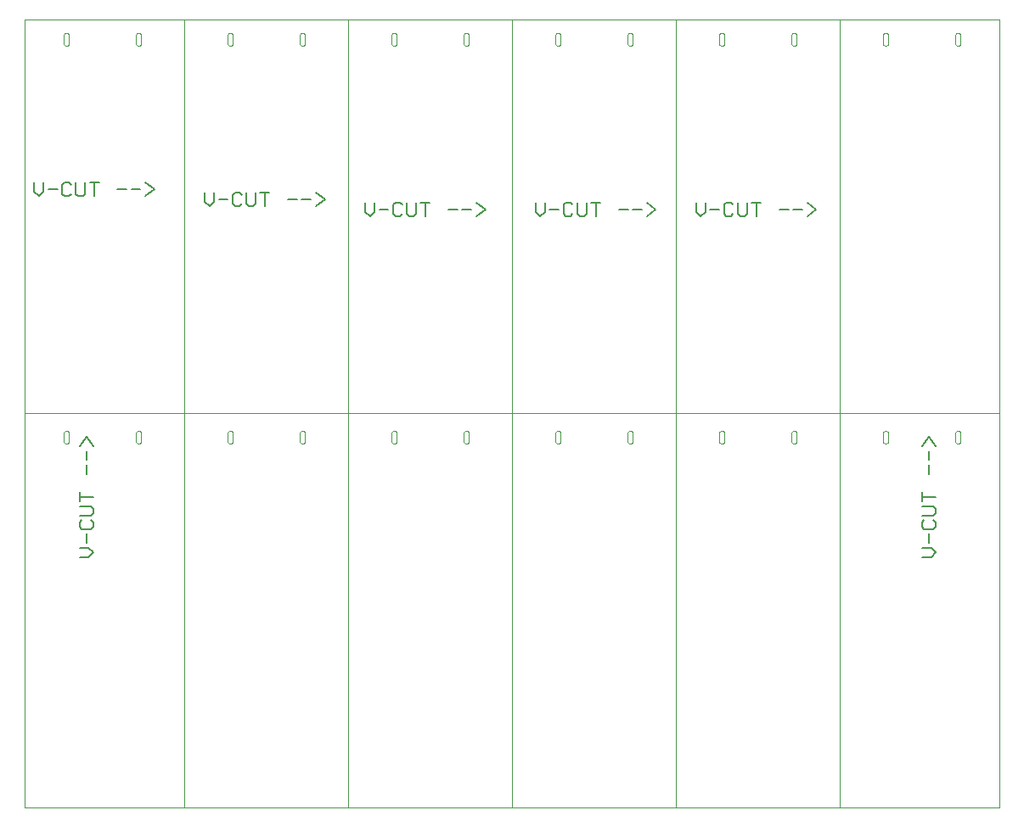
<source format=gko>
G04 This is an RS-274x file exported by *
G04 gerbv version 2.6.1 *
G04 More information is available about gerbv at *
G04 http://gerbv.geda-project.org/ *
G04 --End of header info--*
%MOIN*%
%FSLAX34Y34*%
%IPPOS*%
G04 --Define apertures--*
%ADD10C,0.0000*%
%ADD11C,0.0010*%
%ADD12C,0.0050*%
G04 --Start main section--*
G54D10*
G01X0002544Y0015380D02*
G01X0002544Y0015695D01*
G01X0002544Y0015695D02*
G01X0002545Y0015712D01*
G01X0002545Y0015712D02*
G01X0002550Y0015729D01*
G01X0002550Y0015729D02*
G01X0002557Y0015744D01*
G01X0002557Y0015744D02*
G01X0002567Y0015758D01*
G01X0002567Y0015758D02*
G01X0002579Y0015770D01*
G01X0002579Y0015770D02*
G01X0002593Y0015780D01*
G01X0002593Y0015780D02*
G01X0002608Y0015787D01*
G01X0002608Y0015787D02*
G01X0002625Y0015792D01*
G01X0002625Y0015792D02*
G01X0002642Y0015793D01*
G01X0002642Y0015793D02*
G01X0002659Y0015792D01*
G01X0002659Y0015792D02*
G01X0002676Y0015787D01*
G01X0002676Y0015787D02*
G01X0002691Y0015780D01*
G01X0002691Y0015780D02*
G01X0002705Y0015770D01*
G01X0002705Y0015770D02*
G01X0002717Y0015758D01*
G01X0002717Y0015758D02*
G01X0002727Y0015744D01*
G01X0002727Y0015744D02*
G01X0002734Y0015729D01*
G01X0002734Y0015729D02*
G01X0002739Y0015712D01*
G01X0002739Y0015712D02*
G01X0002740Y0015695D01*
G01X0002740Y0015695D02*
G01X0002740Y0015380D01*
G01X0002642Y0015282D02*
G01X0002625Y0015283D01*
G01X0002625Y0015283D02*
G01X0002608Y0015288D01*
G01X0002608Y0015288D02*
G01X0002593Y0015295D01*
G01X0002593Y0015295D02*
G01X0002579Y0015305D01*
G01X0002579Y0015305D02*
G01X0002567Y0015317D01*
G01X0002567Y0015317D02*
G01X0002557Y0015331D01*
G01X0002557Y0015331D02*
G01X0002550Y0015346D01*
G01X0002550Y0015346D02*
G01X0002545Y0015363D01*
G01X0002545Y0015363D02*
G01X0002544Y0015380D01*
G01X0002642Y0015282D02*
G01X0002659Y0015283D01*
G01X0002659Y0015283D02*
G01X0002676Y0015288D01*
G01X0002676Y0015288D02*
G01X0002691Y0015295D01*
G01X0002691Y0015295D02*
G01X0002705Y0015305D01*
G01X0002705Y0015305D02*
G01X0002717Y0015317D01*
G01X0002717Y0015317D02*
G01X0002727Y0015331D01*
G01X0002727Y0015331D02*
G01X0002734Y0015346D01*
G01X0002734Y0015346D02*
G01X0002739Y0015363D01*
G01X0002739Y0015363D02*
G01X0002740Y0015380D01*
G01X0005378Y0015380D02*
G01X0005378Y0015695D01*
G01X0005379Y0015695D02*
G01X0005380Y0015712D01*
G01X0005380Y0015712D02*
G01X0005385Y0015729D01*
G01X0005385Y0015729D02*
G01X0005392Y0015744D01*
G01X0005392Y0015744D02*
G01X0005402Y0015758D01*
G01X0005402Y0015758D02*
G01X0005414Y0015770D01*
G01X0005414Y0015770D02*
G01X0005428Y0015780D01*
G01X0005428Y0015780D02*
G01X0005443Y0015787D01*
G01X0005443Y0015787D02*
G01X0005460Y0015792D01*
G01X0005460Y0015792D02*
G01X0005477Y0015793D01*
G01X0005477Y0015793D02*
G01X0005494Y0015792D01*
G01X0005494Y0015792D02*
G01X0005511Y0015787D01*
G01X0005511Y0015787D02*
G01X0005526Y0015780D01*
G01X0005526Y0015780D02*
G01X0005540Y0015770D01*
G01X0005540Y0015770D02*
G01X0005552Y0015758D01*
G01X0005552Y0015758D02*
G01X0005562Y0015744D01*
G01X0005562Y0015744D02*
G01X0005569Y0015729D01*
G01X0005569Y0015729D02*
G01X0005574Y0015712D01*
G01X0005574Y0015712D02*
G01X0005575Y0015695D01*
G01X0005575Y0015695D02*
G01X0005575Y0015380D01*
G01X0005477Y0015282D02*
G01X0005460Y0015283D01*
G01X0005460Y0015283D02*
G01X0005443Y0015288D01*
G01X0005443Y0015288D02*
G01X0005428Y0015295D01*
G01X0005428Y0015295D02*
G01X0005414Y0015305D01*
G01X0005414Y0015305D02*
G01X0005402Y0015317D01*
G01X0005402Y0015317D02*
G01X0005392Y0015331D01*
G01X0005392Y0015331D02*
G01X0005385Y0015346D01*
G01X0005385Y0015346D02*
G01X0005380Y0015363D01*
G01X0005380Y0015363D02*
G01X0005379Y0015380D01*
G01X0005477Y0015282D02*
G01X0005494Y0015283D01*
G01X0005494Y0015283D02*
G01X0005511Y0015288D01*
G01X0005511Y0015288D02*
G01X0005526Y0015295D01*
G01X0005526Y0015295D02*
G01X0005540Y0015305D01*
G01X0005540Y0015305D02*
G01X0005552Y0015317D01*
G01X0005552Y0015317D02*
G01X0005562Y0015331D01*
G01X0005562Y0015331D02*
G01X0005569Y0015346D01*
G01X0005569Y0015346D02*
G01X0005574Y0015363D01*
G01X0005574Y0015363D02*
G01X0005575Y0015380D01*
G01X0002544Y0031014D02*
G01X0002544Y0031329D01*
G01X0002544Y0031329D02*
G01X0002545Y0031346D01*
G01X0002545Y0031346D02*
G01X0002550Y0031363D01*
G01X0002550Y0031363D02*
G01X0002557Y0031378D01*
G01X0002557Y0031378D02*
G01X0002567Y0031392D01*
G01X0002567Y0031392D02*
G01X0002579Y0031404D01*
G01X0002579Y0031404D02*
G01X0002593Y0031414D01*
G01X0002593Y0031414D02*
G01X0002608Y0031420D01*
G01X0002608Y0031420D02*
G01X0002625Y0031426D01*
G01X0002625Y0031426D02*
G01X0002642Y0031427D01*
G01X0002642Y0031427D02*
G01X0002659Y0031426D01*
G01X0002659Y0031426D02*
G01X0002676Y0031420D01*
G01X0002676Y0031420D02*
G01X0002691Y0031414D01*
G01X0002691Y0031414D02*
G01X0002705Y0031404D01*
G01X0002705Y0031404D02*
G01X0002717Y0031392D01*
G01X0002717Y0031392D02*
G01X0002727Y0031378D01*
G01X0002727Y0031378D02*
G01X0002734Y0031363D01*
G01X0002734Y0031363D02*
G01X0002739Y0031346D01*
G01X0002739Y0031346D02*
G01X0002740Y0031329D01*
G01X0002740Y0031329D02*
G01X0002740Y0031014D01*
G01X0002642Y0030915D02*
G01X0002625Y0030917D01*
G01X0002625Y0030917D02*
G01X0002608Y0030922D01*
G01X0002608Y0030922D02*
G01X0002593Y0030929D01*
G01X0002593Y0030929D02*
G01X0002579Y0030939D01*
G01X0002579Y0030939D02*
G01X0002567Y0030951D01*
G01X0002567Y0030951D02*
G01X0002557Y0030965D01*
G01X0002557Y0030965D02*
G01X0002550Y0030980D01*
G01X0002550Y0030980D02*
G01X0002545Y0030997D01*
G01X0002545Y0030997D02*
G01X0002544Y0031014D01*
G01X0002642Y0030915D02*
G01X0002659Y0030917D01*
G01X0002659Y0030917D02*
G01X0002676Y0030922D01*
G01X0002676Y0030922D02*
G01X0002691Y0030929D01*
G01X0002691Y0030929D02*
G01X0002705Y0030939D01*
G01X0002705Y0030939D02*
G01X0002717Y0030951D01*
G01X0002717Y0030951D02*
G01X0002727Y0030965D01*
G01X0002727Y0030965D02*
G01X0002734Y0030980D01*
G01X0002734Y0030980D02*
G01X0002739Y0030997D01*
G01X0002739Y0030997D02*
G01X0002740Y0031014D01*
G01X0005378Y0031014D02*
G01X0005378Y0031329D01*
G01X0005379Y0031329D02*
G01X0005380Y0031346D01*
G01X0005380Y0031346D02*
G01X0005385Y0031363D01*
G01X0005385Y0031363D02*
G01X0005392Y0031378D01*
G01X0005392Y0031378D02*
G01X0005402Y0031392D01*
G01X0005402Y0031392D02*
G01X0005414Y0031404D01*
G01X0005414Y0031404D02*
G01X0005428Y0031414D01*
G01X0005428Y0031414D02*
G01X0005443Y0031420D01*
G01X0005443Y0031420D02*
G01X0005460Y0031426D01*
G01X0005460Y0031426D02*
G01X0005477Y0031427D01*
G01X0005477Y0031427D02*
G01X0005494Y0031426D01*
G01X0005494Y0031426D02*
G01X0005511Y0031420D01*
G01X0005511Y0031420D02*
G01X0005526Y0031414D01*
G01X0005526Y0031414D02*
G01X0005540Y0031404D01*
G01X0005540Y0031404D02*
G01X0005552Y0031392D01*
G01X0005552Y0031392D02*
G01X0005562Y0031378D01*
G01X0005562Y0031378D02*
G01X0005569Y0031363D01*
G01X0005569Y0031363D02*
G01X0005574Y0031346D01*
G01X0005574Y0031346D02*
G01X0005575Y0031329D01*
G01X0005575Y0031329D02*
G01X0005575Y0031014D01*
G01X0005477Y0030915D02*
G01X0005460Y0030917D01*
G01X0005460Y0030917D02*
G01X0005443Y0030922D01*
G01X0005443Y0030922D02*
G01X0005428Y0030929D01*
G01X0005428Y0030929D02*
G01X0005414Y0030939D01*
G01X0005414Y0030939D02*
G01X0005402Y0030951D01*
G01X0005402Y0030951D02*
G01X0005392Y0030965D01*
G01X0005392Y0030965D02*
G01X0005385Y0030980D01*
G01X0005385Y0030980D02*
G01X0005380Y0030997D01*
G01X0005380Y0030997D02*
G01X0005379Y0031014D01*
G01X0005477Y0030915D02*
G01X0005494Y0030917D01*
G01X0005494Y0030917D02*
G01X0005511Y0030922D01*
G01X0005511Y0030922D02*
G01X0005526Y0030929D01*
G01X0005526Y0030929D02*
G01X0005540Y0030939D01*
G01X0005540Y0030939D02*
G01X0005552Y0030951D01*
G01X0005552Y0030951D02*
G01X0005562Y0030965D01*
G01X0005562Y0030965D02*
G01X0005569Y0030980D01*
G01X0005569Y0030980D02*
G01X0005574Y0030997D01*
G01X0005574Y0030997D02*
G01X0005575Y0031014D01*
G01X0008977Y0015380D02*
G01X0008977Y0015695D01*
G01X0008977Y0015695D02*
G01X0008978Y0015712D01*
G01X0008978Y0015712D02*
G01X0008983Y0015729D01*
G01X0008983Y0015729D02*
G01X0008990Y0015744D01*
G01X0008990Y0015744D02*
G01X0009000Y0015758D01*
G01X0009000Y0015758D02*
G01X0009012Y0015770D01*
G01X0009012Y0015770D02*
G01X0009026Y0015780D01*
G01X0009026Y0015780D02*
G01X0009041Y0015787D01*
G01X0009041Y0015787D02*
G01X0009058Y0015792D01*
G01X0009058Y0015792D02*
G01X0009075Y0015793D01*
G01X0009075Y0015793D02*
G01X0009092Y0015792D01*
G01X0009092Y0015792D02*
G01X0009109Y0015787D01*
G01X0009109Y0015787D02*
G01X0009124Y0015780D01*
G01X0009124Y0015780D02*
G01X0009138Y0015770D01*
G01X0009138Y0015770D02*
G01X0009150Y0015758D01*
G01X0009150Y0015758D02*
G01X0009160Y0015744D01*
G01X0009160Y0015744D02*
G01X0009167Y0015729D01*
G01X0009167Y0015729D02*
G01X0009172Y0015712D01*
G01X0009172Y0015712D02*
G01X0009173Y0015695D01*
G01X0009173Y0015695D02*
G01X0009173Y0015380D01*
G01X0009075Y0015282D02*
G01X0009058Y0015283D01*
G01X0009058Y0015283D02*
G01X0009041Y0015288D01*
G01X0009041Y0015288D02*
G01X0009026Y0015295D01*
G01X0009026Y0015295D02*
G01X0009012Y0015305D01*
G01X0009012Y0015305D02*
G01X0009000Y0015317D01*
G01X0009000Y0015317D02*
G01X0008990Y0015331D01*
G01X0008990Y0015331D02*
G01X0008983Y0015346D01*
G01X0008983Y0015346D02*
G01X0008978Y0015363D01*
G01X0008978Y0015363D02*
G01X0008977Y0015380D01*
G01X0009075Y0015282D02*
G01X0009092Y0015283D01*
G01X0009092Y0015283D02*
G01X0009109Y0015288D01*
G01X0009109Y0015288D02*
G01X0009124Y0015295D01*
G01X0009124Y0015295D02*
G01X0009138Y0015305D01*
G01X0009138Y0015305D02*
G01X0009150Y0015317D01*
G01X0009150Y0015317D02*
G01X0009160Y0015331D01*
G01X0009160Y0015331D02*
G01X0009167Y0015346D01*
G01X0009167Y0015346D02*
G01X0009172Y0015363D01*
G01X0009172Y0015363D02*
G01X0009173Y0015380D01*
G01X0011811Y0015380D02*
G01X0011811Y0015695D01*
G01X0011812Y0015695D02*
G01X0011813Y0015712D01*
G01X0011813Y0015712D02*
G01X0011818Y0015729D01*
G01X0011818Y0015729D02*
G01X0011825Y0015744D01*
G01X0011825Y0015744D02*
G01X0011834Y0015758D01*
G01X0011834Y0015758D02*
G01X0011847Y0015770D01*
G01X0011847Y0015770D02*
G01X0011861Y0015780D01*
G01X0011861Y0015780D02*
G01X0011876Y0015787D01*
G01X0011876Y0015787D02*
G01X0011893Y0015792D01*
G01X0011893Y0015792D02*
G01X0011910Y0015793D01*
G01X0011910Y0015793D02*
G01X0011927Y0015792D01*
G01X0011927Y0015792D02*
G01X0011944Y0015787D01*
G01X0011944Y0015787D02*
G01X0011959Y0015780D01*
G01X0011959Y0015780D02*
G01X0011973Y0015770D01*
G01X0011973Y0015770D02*
G01X0011985Y0015758D01*
G01X0011985Y0015758D02*
G01X0011994Y0015744D01*
G01X0011994Y0015744D02*
G01X0012002Y0015729D01*
G01X0012002Y0015729D02*
G01X0012007Y0015712D01*
G01X0012007Y0015712D02*
G01X0012008Y0015695D01*
G01X0012008Y0015695D02*
G01X0012008Y0015380D01*
G01X0011910Y0015282D02*
G01X0011893Y0015283D01*
G01X0011893Y0015283D02*
G01X0011876Y0015288D01*
G01X0011876Y0015288D02*
G01X0011861Y0015295D01*
G01X0011861Y0015295D02*
G01X0011847Y0015305D01*
G01X0011847Y0015305D02*
G01X0011834Y0015317D01*
G01X0011834Y0015317D02*
G01X0011825Y0015331D01*
G01X0011825Y0015331D02*
G01X0011818Y0015346D01*
G01X0011818Y0015346D02*
G01X0011813Y0015363D01*
G01X0011813Y0015363D02*
G01X0011812Y0015380D01*
G01X0011910Y0015282D02*
G01X0011927Y0015283D01*
G01X0011927Y0015283D02*
G01X0011944Y0015288D01*
G01X0011944Y0015288D02*
G01X0011959Y0015295D01*
G01X0011959Y0015295D02*
G01X0011973Y0015305D01*
G01X0011973Y0015305D02*
G01X0011985Y0015317D01*
G01X0011985Y0015317D02*
G01X0011994Y0015331D01*
G01X0011994Y0015331D02*
G01X0012002Y0015346D01*
G01X0012002Y0015346D02*
G01X0012007Y0015363D01*
G01X0012007Y0015363D02*
G01X0012008Y0015380D01*
G01X0008977Y0031014D02*
G01X0008977Y0031329D01*
G01X0008977Y0031329D02*
G01X0008978Y0031346D01*
G01X0008978Y0031346D02*
G01X0008983Y0031363D01*
G01X0008983Y0031363D02*
G01X0008990Y0031378D01*
G01X0008990Y0031378D02*
G01X0009000Y0031392D01*
G01X0009000Y0031392D02*
G01X0009012Y0031404D01*
G01X0009012Y0031404D02*
G01X0009026Y0031414D01*
G01X0009026Y0031414D02*
G01X0009041Y0031420D01*
G01X0009041Y0031420D02*
G01X0009058Y0031426D01*
G01X0009058Y0031426D02*
G01X0009075Y0031427D01*
G01X0009075Y0031427D02*
G01X0009092Y0031426D01*
G01X0009092Y0031426D02*
G01X0009109Y0031420D01*
G01X0009109Y0031420D02*
G01X0009124Y0031414D01*
G01X0009124Y0031414D02*
G01X0009138Y0031404D01*
G01X0009138Y0031404D02*
G01X0009150Y0031392D01*
G01X0009150Y0031392D02*
G01X0009160Y0031378D01*
G01X0009160Y0031378D02*
G01X0009167Y0031363D01*
G01X0009167Y0031363D02*
G01X0009172Y0031346D01*
G01X0009172Y0031346D02*
G01X0009173Y0031329D01*
G01X0009173Y0031329D02*
G01X0009173Y0031014D01*
G01X0009075Y0030915D02*
G01X0009058Y0030917D01*
G01X0009058Y0030917D02*
G01X0009041Y0030922D01*
G01X0009041Y0030922D02*
G01X0009026Y0030929D01*
G01X0009026Y0030929D02*
G01X0009012Y0030939D01*
G01X0009012Y0030939D02*
G01X0009000Y0030951D01*
G01X0009000Y0030951D02*
G01X0008990Y0030965D01*
G01X0008990Y0030965D02*
G01X0008983Y0030980D01*
G01X0008983Y0030980D02*
G01X0008978Y0030997D01*
G01X0008978Y0030997D02*
G01X0008977Y0031014D01*
G01X0009075Y0030915D02*
G01X0009092Y0030917D01*
G01X0009092Y0030917D02*
G01X0009109Y0030922D01*
G01X0009109Y0030922D02*
G01X0009124Y0030929D01*
G01X0009124Y0030929D02*
G01X0009138Y0030939D01*
G01X0009138Y0030939D02*
G01X0009150Y0030951D01*
G01X0009150Y0030951D02*
G01X0009160Y0030965D01*
G01X0009160Y0030965D02*
G01X0009167Y0030980D01*
G01X0009167Y0030980D02*
G01X0009172Y0030997D01*
G01X0009172Y0030997D02*
G01X0009173Y0031014D01*
G01X0011811Y0031014D02*
G01X0011811Y0031329D01*
G01X0011812Y0031329D02*
G01X0011813Y0031346D01*
G01X0011813Y0031346D02*
G01X0011818Y0031363D01*
G01X0011818Y0031363D02*
G01X0011825Y0031378D01*
G01X0011825Y0031378D02*
G01X0011834Y0031392D01*
G01X0011834Y0031392D02*
G01X0011847Y0031404D01*
G01X0011847Y0031404D02*
G01X0011861Y0031414D01*
G01X0011861Y0031414D02*
G01X0011876Y0031420D01*
G01X0011876Y0031420D02*
G01X0011893Y0031426D01*
G01X0011893Y0031426D02*
G01X0011910Y0031427D01*
G01X0011910Y0031427D02*
G01X0011927Y0031426D01*
G01X0011927Y0031426D02*
G01X0011944Y0031420D01*
G01X0011944Y0031420D02*
G01X0011959Y0031414D01*
G01X0011959Y0031414D02*
G01X0011973Y0031404D01*
G01X0011973Y0031404D02*
G01X0011985Y0031392D01*
G01X0011985Y0031392D02*
G01X0011994Y0031378D01*
G01X0011994Y0031378D02*
G01X0012002Y0031363D01*
G01X0012002Y0031363D02*
G01X0012007Y0031346D01*
G01X0012007Y0031346D02*
G01X0012008Y0031329D01*
G01X0012008Y0031329D02*
G01X0012008Y0031014D01*
G01X0011910Y0030915D02*
G01X0011893Y0030917D01*
G01X0011893Y0030917D02*
G01X0011876Y0030922D01*
G01X0011876Y0030922D02*
G01X0011861Y0030929D01*
G01X0011861Y0030929D02*
G01X0011847Y0030939D01*
G01X0011847Y0030939D02*
G01X0011834Y0030951D01*
G01X0011834Y0030951D02*
G01X0011825Y0030965D01*
G01X0011825Y0030965D02*
G01X0011818Y0030980D01*
G01X0011818Y0030980D02*
G01X0011813Y0030997D01*
G01X0011813Y0030997D02*
G01X0011812Y0031014D01*
G01X0011910Y0030915D02*
G01X0011927Y0030917D01*
G01X0011927Y0030917D02*
G01X0011944Y0030922D01*
G01X0011944Y0030922D02*
G01X0011959Y0030929D01*
G01X0011959Y0030929D02*
G01X0011973Y0030939D01*
G01X0011973Y0030939D02*
G01X0011985Y0030951D01*
G01X0011985Y0030951D02*
G01X0011994Y0030965D01*
G01X0011994Y0030965D02*
G01X0012002Y0030980D01*
G01X0012002Y0030980D02*
G01X0012007Y0030997D01*
G01X0012007Y0030997D02*
G01X0012008Y0031014D01*
G01X0015409Y0015380D02*
G01X0015409Y0015695D01*
G01X0015409Y0015695D02*
G01X0015410Y0015712D01*
G01X0015410Y0015712D02*
G01X0015415Y0015729D01*
G01X0015415Y0015729D02*
G01X0015422Y0015744D01*
G01X0015422Y0015744D02*
G01X0015432Y0015758D01*
G01X0015432Y0015758D02*
G01X0015444Y0015770D01*
G01X0015444Y0015770D02*
G01X0015458Y0015780D01*
G01X0015458Y0015780D02*
G01X0015473Y0015787D01*
G01X0015473Y0015787D02*
G01X0015490Y0015792D01*
G01X0015490Y0015792D02*
G01X0015507Y0015793D01*
G01X0015507Y0015793D02*
G01X0015524Y0015792D01*
G01X0015524Y0015792D02*
G01X0015541Y0015787D01*
G01X0015541Y0015787D02*
G01X0015556Y0015780D01*
G01X0015556Y0015780D02*
G01X0015570Y0015770D01*
G01X0015570Y0015770D02*
G01X0015582Y0015758D01*
G01X0015582Y0015758D02*
G01X0015592Y0015744D01*
G01X0015592Y0015744D02*
G01X0015599Y0015729D01*
G01X0015599Y0015729D02*
G01X0015604Y0015712D01*
G01X0015604Y0015712D02*
G01X0015605Y0015695D01*
G01X0015605Y0015695D02*
G01X0015605Y0015380D01*
G01X0015507Y0015282D02*
G01X0015490Y0015283D01*
G01X0015490Y0015283D02*
G01X0015473Y0015288D01*
G01X0015473Y0015288D02*
G01X0015458Y0015295D01*
G01X0015458Y0015295D02*
G01X0015444Y0015305D01*
G01X0015444Y0015305D02*
G01X0015432Y0015317D01*
G01X0015432Y0015317D02*
G01X0015422Y0015331D01*
G01X0015422Y0015331D02*
G01X0015415Y0015346D01*
G01X0015415Y0015346D02*
G01X0015410Y0015363D01*
G01X0015410Y0015363D02*
G01X0015409Y0015380D01*
G01X0015507Y0015282D02*
G01X0015524Y0015283D01*
G01X0015524Y0015283D02*
G01X0015541Y0015288D01*
G01X0015541Y0015288D02*
G01X0015556Y0015295D01*
G01X0015556Y0015295D02*
G01X0015570Y0015305D01*
G01X0015570Y0015305D02*
G01X0015582Y0015317D01*
G01X0015582Y0015317D02*
G01X0015592Y0015331D01*
G01X0015592Y0015331D02*
G01X0015599Y0015346D01*
G01X0015599Y0015346D02*
G01X0015604Y0015363D01*
G01X0015604Y0015363D02*
G01X0015605Y0015380D01*
G01X0018243Y0015380D02*
G01X0018243Y0015695D01*
G01X0018244Y0015695D02*
G01X0018245Y0015712D01*
G01X0018245Y0015712D02*
G01X0018250Y0015729D01*
G01X0018250Y0015729D02*
G01X0018257Y0015744D01*
G01X0018257Y0015744D02*
G01X0018267Y0015758D01*
G01X0018267Y0015758D02*
G01X0018279Y0015770D01*
G01X0018279Y0015770D02*
G01X0018293Y0015780D01*
G01X0018293Y0015780D02*
G01X0018308Y0015787D01*
G01X0018308Y0015787D02*
G01X0018325Y0015792D01*
G01X0018325Y0015792D02*
G01X0018342Y0015793D01*
G01X0018342Y0015793D02*
G01X0018359Y0015792D01*
G01X0018359Y0015792D02*
G01X0018376Y0015787D01*
G01X0018376Y0015787D02*
G01X0018391Y0015780D01*
G01X0018391Y0015780D02*
G01X0018405Y0015770D01*
G01X0018405Y0015770D02*
G01X0018417Y0015758D01*
G01X0018417Y0015758D02*
G01X0018427Y0015744D01*
G01X0018427Y0015744D02*
G01X0018434Y0015729D01*
G01X0018434Y0015729D02*
G01X0018439Y0015712D01*
G01X0018439Y0015712D02*
G01X0018440Y0015695D01*
G01X0018440Y0015695D02*
G01X0018440Y0015380D01*
G01X0018342Y0015282D02*
G01X0018325Y0015283D01*
G01X0018325Y0015283D02*
G01X0018308Y0015288D01*
G01X0018308Y0015288D02*
G01X0018293Y0015295D01*
G01X0018293Y0015295D02*
G01X0018279Y0015305D01*
G01X0018279Y0015305D02*
G01X0018267Y0015317D01*
G01X0018267Y0015317D02*
G01X0018257Y0015331D01*
G01X0018257Y0015331D02*
G01X0018250Y0015346D01*
G01X0018250Y0015346D02*
G01X0018245Y0015363D01*
G01X0018245Y0015363D02*
G01X0018244Y0015380D01*
G01X0018342Y0015282D02*
G01X0018359Y0015283D01*
G01X0018359Y0015283D02*
G01X0018376Y0015288D01*
G01X0018376Y0015288D02*
G01X0018391Y0015295D01*
G01X0018391Y0015295D02*
G01X0018405Y0015305D01*
G01X0018405Y0015305D02*
G01X0018417Y0015317D01*
G01X0018417Y0015317D02*
G01X0018427Y0015331D01*
G01X0018427Y0015331D02*
G01X0018434Y0015346D01*
G01X0018434Y0015346D02*
G01X0018439Y0015363D01*
G01X0018439Y0015363D02*
G01X0018440Y0015380D01*
G01X0015409Y0031014D02*
G01X0015409Y0031329D01*
G01X0015409Y0031329D02*
G01X0015410Y0031346D01*
G01X0015410Y0031346D02*
G01X0015415Y0031363D01*
G01X0015415Y0031363D02*
G01X0015422Y0031378D01*
G01X0015422Y0031378D02*
G01X0015432Y0031392D01*
G01X0015432Y0031392D02*
G01X0015444Y0031404D01*
G01X0015444Y0031404D02*
G01X0015458Y0031414D01*
G01X0015458Y0031414D02*
G01X0015473Y0031420D01*
G01X0015473Y0031420D02*
G01X0015490Y0031426D01*
G01X0015490Y0031426D02*
G01X0015507Y0031427D01*
G01X0015507Y0031427D02*
G01X0015524Y0031426D01*
G01X0015524Y0031426D02*
G01X0015541Y0031420D01*
G01X0015541Y0031420D02*
G01X0015556Y0031414D01*
G01X0015556Y0031414D02*
G01X0015570Y0031404D01*
G01X0015570Y0031404D02*
G01X0015582Y0031392D01*
G01X0015582Y0031392D02*
G01X0015592Y0031378D01*
G01X0015592Y0031378D02*
G01X0015599Y0031363D01*
G01X0015599Y0031363D02*
G01X0015604Y0031346D01*
G01X0015604Y0031346D02*
G01X0015605Y0031329D01*
G01X0015605Y0031329D02*
G01X0015605Y0031014D01*
G01X0015507Y0030915D02*
G01X0015490Y0030917D01*
G01X0015490Y0030917D02*
G01X0015473Y0030922D01*
G01X0015473Y0030922D02*
G01X0015458Y0030929D01*
G01X0015458Y0030929D02*
G01X0015444Y0030939D01*
G01X0015444Y0030939D02*
G01X0015432Y0030951D01*
G01X0015432Y0030951D02*
G01X0015422Y0030965D01*
G01X0015422Y0030965D02*
G01X0015415Y0030980D01*
G01X0015415Y0030980D02*
G01X0015410Y0030997D01*
G01X0015410Y0030997D02*
G01X0015409Y0031014D01*
G01X0015507Y0030915D02*
G01X0015524Y0030917D01*
G01X0015524Y0030917D02*
G01X0015541Y0030922D01*
G01X0015541Y0030922D02*
G01X0015556Y0030929D01*
G01X0015556Y0030929D02*
G01X0015570Y0030939D01*
G01X0015570Y0030939D02*
G01X0015582Y0030951D01*
G01X0015582Y0030951D02*
G01X0015592Y0030965D01*
G01X0015592Y0030965D02*
G01X0015599Y0030980D01*
G01X0015599Y0030980D02*
G01X0015604Y0030997D01*
G01X0015604Y0030997D02*
G01X0015605Y0031014D01*
G01X0018243Y0031014D02*
G01X0018243Y0031329D01*
G01X0018244Y0031329D02*
G01X0018245Y0031346D01*
G01X0018245Y0031346D02*
G01X0018250Y0031363D01*
G01X0018250Y0031363D02*
G01X0018257Y0031378D01*
G01X0018257Y0031378D02*
G01X0018267Y0031392D01*
G01X0018267Y0031392D02*
G01X0018279Y0031404D01*
G01X0018279Y0031404D02*
G01X0018293Y0031414D01*
G01X0018293Y0031414D02*
G01X0018308Y0031420D01*
G01X0018308Y0031420D02*
G01X0018325Y0031426D01*
G01X0018325Y0031426D02*
G01X0018342Y0031427D01*
G01X0018342Y0031427D02*
G01X0018359Y0031426D01*
G01X0018359Y0031426D02*
G01X0018376Y0031420D01*
G01X0018376Y0031420D02*
G01X0018391Y0031414D01*
G01X0018391Y0031414D02*
G01X0018405Y0031404D01*
G01X0018405Y0031404D02*
G01X0018417Y0031392D01*
G01X0018417Y0031392D02*
G01X0018427Y0031378D01*
G01X0018427Y0031378D02*
G01X0018434Y0031363D01*
G01X0018434Y0031363D02*
G01X0018439Y0031346D01*
G01X0018439Y0031346D02*
G01X0018440Y0031329D01*
G01X0018440Y0031329D02*
G01X0018440Y0031014D01*
G01X0018342Y0030915D02*
G01X0018325Y0030917D01*
G01X0018325Y0030917D02*
G01X0018308Y0030922D01*
G01X0018308Y0030922D02*
G01X0018293Y0030929D01*
G01X0018293Y0030929D02*
G01X0018279Y0030939D01*
G01X0018279Y0030939D02*
G01X0018267Y0030951D01*
G01X0018267Y0030951D02*
G01X0018257Y0030965D01*
G01X0018257Y0030965D02*
G01X0018250Y0030980D01*
G01X0018250Y0030980D02*
G01X0018245Y0030997D01*
G01X0018245Y0030997D02*
G01X0018244Y0031014D01*
G01X0018342Y0030915D02*
G01X0018359Y0030917D01*
G01X0018359Y0030917D02*
G01X0018376Y0030922D01*
G01X0018376Y0030922D02*
G01X0018391Y0030929D01*
G01X0018391Y0030929D02*
G01X0018405Y0030939D01*
G01X0018405Y0030939D02*
G01X0018417Y0030951D01*
G01X0018417Y0030951D02*
G01X0018427Y0030965D01*
G01X0018427Y0030965D02*
G01X0018434Y0030980D01*
G01X0018434Y0030980D02*
G01X0018439Y0030997D01*
G01X0018439Y0030997D02*
G01X0018440Y0031014D01*
G01X0021841Y0015380D02*
G01X0021841Y0015695D01*
G01X0021841Y0015695D02*
G01X0021843Y0015712D01*
G01X0021843Y0015712D02*
G01X0021848Y0015729D01*
G01X0021848Y0015729D02*
G01X0021855Y0015744D01*
G01X0021855Y0015744D02*
G01X0021864Y0015758D01*
G01X0021864Y0015758D02*
G01X0021877Y0015770D01*
G01X0021877Y0015770D02*
G01X0021891Y0015780D01*
G01X0021891Y0015780D02*
G01X0021906Y0015787D01*
G01X0021906Y0015787D02*
G01X0021923Y0015792D01*
G01X0021923Y0015792D02*
G01X0021940Y0015793D01*
G01X0021940Y0015793D02*
G01X0021957Y0015792D01*
G01X0021957Y0015792D02*
G01X0021974Y0015787D01*
G01X0021974Y0015787D02*
G01X0021989Y0015780D01*
G01X0021989Y0015780D02*
G01X0022003Y0015770D01*
G01X0022003Y0015770D02*
G01X0022015Y0015758D01*
G01X0022015Y0015758D02*
G01X0022024Y0015744D01*
G01X0022024Y0015744D02*
G01X0022032Y0015729D01*
G01X0022032Y0015729D02*
G01X0022037Y0015712D01*
G01X0022037Y0015712D02*
G01X0022038Y0015695D01*
G01X0022038Y0015695D02*
G01X0022038Y0015380D01*
G01X0021940Y0015282D02*
G01X0021923Y0015283D01*
G01X0021923Y0015283D02*
G01X0021906Y0015288D01*
G01X0021906Y0015288D02*
G01X0021891Y0015295D01*
G01X0021891Y0015295D02*
G01X0021877Y0015305D01*
G01X0021877Y0015305D02*
G01X0021864Y0015317D01*
G01X0021864Y0015317D02*
G01X0021855Y0015331D01*
G01X0021855Y0015331D02*
G01X0021848Y0015346D01*
G01X0021848Y0015346D02*
G01X0021843Y0015363D01*
G01X0021843Y0015363D02*
G01X0021841Y0015380D01*
G01X0021940Y0015282D02*
G01X0021957Y0015283D01*
G01X0021957Y0015283D02*
G01X0021974Y0015288D01*
G01X0021974Y0015288D02*
G01X0021989Y0015295D01*
G01X0021989Y0015295D02*
G01X0022003Y0015305D01*
G01X0022003Y0015305D02*
G01X0022015Y0015317D01*
G01X0022015Y0015317D02*
G01X0022024Y0015331D01*
G01X0022024Y0015331D02*
G01X0022032Y0015346D01*
G01X0022032Y0015346D02*
G01X0022037Y0015363D01*
G01X0022037Y0015363D02*
G01X0022038Y0015380D01*
G01X0024676Y0015380D02*
G01X0024676Y0015695D01*
G01X0024677Y0015695D02*
G01X0024678Y0015712D01*
G01X0024678Y0015712D02*
G01X0024683Y0015729D01*
G01X0024683Y0015729D02*
G01X0024690Y0015744D01*
G01X0024690Y0015744D02*
G01X0024700Y0015758D01*
G01X0024700Y0015758D02*
G01X0024712Y0015770D01*
G01X0024712Y0015770D02*
G01X0024726Y0015780D01*
G01X0024726Y0015780D02*
G01X0024741Y0015787D01*
G01X0024741Y0015787D02*
G01X0024758Y0015792D01*
G01X0024758Y0015792D02*
G01X0024775Y0015793D01*
G01X0024775Y0015793D02*
G01X0024792Y0015792D01*
G01X0024792Y0015792D02*
G01X0024809Y0015787D01*
G01X0024809Y0015787D02*
G01X0024824Y0015780D01*
G01X0024824Y0015780D02*
G01X0024838Y0015770D01*
G01X0024838Y0015770D02*
G01X0024850Y0015758D01*
G01X0024850Y0015758D02*
G01X0024860Y0015744D01*
G01X0024860Y0015744D02*
G01X0024867Y0015729D01*
G01X0024867Y0015729D02*
G01X0024872Y0015712D01*
G01X0024872Y0015712D02*
G01X0024873Y0015695D01*
G01X0024873Y0015695D02*
G01X0024873Y0015380D01*
G01X0024775Y0015282D02*
G01X0024758Y0015283D01*
G01X0024758Y0015283D02*
G01X0024741Y0015288D01*
G01X0024741Y0015288D02*
G01X0024726Y0015295D01*
G01X0024726Y0015295D02*
G01X0024712Y0015305D01*
G01X0024712Y0015305D02*
G01X0024700Y0015317D01*
G01X0024700Y0015317D02*
G01X0024690Y0015331D01*
G01X0024690Y0015331D02*
G01X0024683Y0015346D01*
G01X0024683Y0015346D02*
G01X0024678Y0015363D01*
G01X0024678Y0015363D02*
G01X0024677Y0015380D01*
G01X0024775Y0015282D02*
G01X0024792Y0015283D01*
G01X0024792Y0015283D02*
G01X0024809Y0015288D01*
G01X0024809Y0015288D02*
G01X0024824Y0015295D01*
G01X0024824Y0015295D02*
G01X0024838Y0015305D01*
G01X0024838Y0015305D02*
G01X0024850Y0015317D01*
G01X0024850Y0015317D02*
G01X0024860Y0015331D01*
G01X0024860Y0015331D02*
G01X0024867Y0015346D01*
G01X0024867Y0015346D02*
G01X0024872Y0015363D01*
G01X0024872Y0015363D02*
G01X0024873Y0015380D01*
G01X0021841Y0031014D02*
G01X0021841Y0031329D01*
G01X0021841Y0031329D02*
G01X0021843Y0031346D01*
G01X0021843Y0031346D02*
G01X0021848Y0031363D01*
G01X0021848Y0031363D02*
G01X0021855Y0031378D01*
G01X0021855Y0031378D02*
G01X0021864Y0031392D01*
G01X0021864Y0031392D02*
G01X0021877Y0031404D01*
G01X0021877Y0031404D02*
G01X0021891Y0031414D01*
G01X0021891Y0031414D02*
G01X0021906Y0031420D01*
G01X0021906Y0031420D02*
G01X0021923Y0031426D01*
G01X0021923Y0031426D02*
G01X0021940Y0031427D01*
G01X0021940Y0031427D02*
G01X0021957Y0031426D01*
G01X0021957Y0031426D02*
G01X0021974Y0031420D01*
G01X0021974Y0031420D02*
G01X0021989Y0031414D01*
G01X0021989Y0031414D02*
G01X0022003Y0031404D01*
G01X0022003Y0031404D02*
G01X0022015Y0031392D01*
G01X0022015Y0031392D02*
G01X0022024Y0031378D01*
G01X0022024Y0031378D02*
G01X0022032Y0031363D01*
G01X0022032Y0031363D02*
G01X0022037Y0031346D01*
G01X0022037Y0031346D02*
G01X0022038Y0031329D01*
G01X0022038Y0031329D02*
G01X0022038Y0031014D01*
G01X0021940Y0030915D02*
G01X0021923Y0030917D01*
G01X0021923Y0030917D02*
G01X0021906Y0030922D01*
G01X0021906Y0030922D02*
G01X0021891Y0030929D01*
G01X0021891Y0030929D02*
G01X0021877Y0030939D01*
G01X0021877Y0030939D02*
G01X0021864Y0030951D01*
G01X0021864Y0030951D02*
G01X0021855Y0030965D01*
G01X0021855Y0030965D02*
G01X0021848Y0030980D01*
G01X0021848Y0030980D02*
G01X0021843Y0030997D01*
G01X0021843Y0030997D02*
G01X0021841Y0031014D01*
G01X0021940Y0030915D02*
G01X0021957Y0030917D01*
G01X0021957Y0030917D02*
G01X0021974Y0030922D01*
G01X0021974Y0030922D02*
G01X0021989Y0030929D01*
G01X0021989Y0030929D02*
G01X0022003Y0030939D01*
G01X0022003Y0030939D02*
G01X0022015Y0030951D01*
G01X0022015Y0030951D02*
G01X0022024Y0030965D01*
G01X0022024Y0030965D02*
G01X0022032Y0030980D01*
G01X0022032Y0030980D02*
G01X0022037Y0030997D01*
G01X0022037Y0030997D02*
G01X0022038Y0031014D01*
G01X0024676Y0031014D02*
G01X0024676Y0031329D01*
G01X0024677Y0031329D02*
G01X0024678Y0031346D01*
G01X0024678Y0031346D02*
G01X0024683Y0031363D01*
G01X0024683Y0031363D02*
G01X0024690Y0031378D01*
G01X0024690Y0031378D02*
G01X0024700Y0031392D01*
G01X0024700Y0031392D02*
G01X0024712Y0031404D01*
G01X0024712Y0031404D02*
G01X0024726Y0031414D01*
G01X0024726Y0031414D02*
G01X0024741Y0031420D01*
G01X0024741Y0031420D02*
G01X0024758Y0031426D01*
G01X0024758Y0031426D02*
G01X0024775Y0031427D01*
G01X0024775Y0031427D02*
G01X0024792Y0031426D01*
G01X0024792Y0031426D02*
G01X0024809Y0031420D01*
G01X0024809Y0031420D02*
G01X0024824Y0031414D01*
G01X0024824Y0031414D02*
G01X0024838Y0031404D01*
G01X0024838Y0031404D02*
G01X0024850Y0031392D01*
G01X0024850Y0031392D02*
G01X0024860Y0031378D01*
G01X0024860Y0031378D02*
G01X0024867Y0031363D01*
G01X0024867Y0031363D02*
G01X0024872Y0031346D01*
G01X0024872Y0031346D02*
G01X0024873Y0031329D01*
G01X0024873Y0031329D02*
G01X0024873Y0031014D01*
G01X0024775Y0030915D02*
G01X0024758Y0030917D01*
G01X0024758Y0030917D02*
G01X0024741Y0030922D01*
G01X0024741Y0030922D02*
G01X0024726Y0030929D01*
G01X0024726Y0030929D02*
G01X0024712Y0030939D01*
G01X0024712Y0030939D02*
G01X0024700Y0030951D01*
G01X0024700Y0030951D02*
G01X0024690Y0030965D01*
G01X0024690Y0030965D02*
G01X0024683Y0030980D01*
G01X0024683Y0030980D02*
G01X0024678Y0030997D01*
G01X0024678Y0030997D02*
G01X0024677Y0031014D01*
G01X0024775Y0030915D02*
G01X0024792Y0030917D01*
G01X0024792Y0030917D02*
G01X0024809Y0030922D01*
G01X0024809Y0030922D02*
G01X0024824Y0030929D01*
G01X0024824Y0030929D02*
G01X0024838Y0030939D01*
G01X0024838Y0030939D02*
G01X0024850Y0030951D01*
G01X0024850Y0030951D02*
G01X0024860Y0030965D01*
G01X0024860Y0030965D02*
G01X0024867Y0030980D01*
G01X0024867Y0030980D02*
G01X0024872Y0030997D01*
G01X0024872Y0030997D02*
G01X0024873Y0031014D01*
G01X0028274Y0015380D02*
G01X0028274Y0015695D01*
G01X0028274Y0015695D02*
G01X0028275Y0015712D01*
G01X0028275Y0015712D02*
G01X0028280Y0015729D01*
G01X0028280Y0015729D02*
G01X0028287Y0015744D01*
G01X0028287Y0015744D02*
G01X0028297Y0015758D01*
G01X0028297Y0015758D02*
G01X0028309Y0015770D01*
G01X0028309Y0015770D02*
G01X0028323Y0015780D01*
G01X0028323Y0015780D02*
G01X0028338Y0015787D01*
G01X0028338Y0015787D02*
G01X0028355Y0015792D01*
G01X0028355Y0015792D02*
G01X0028372Y0015793D01*
G01X0028372Y0015793D02*
G01X0028389Y0015792D01*
G01X0028389Y0015792D02*
G01X0028406Y0015787D01*
G01X0028406Y0015787D02*
G01X0028421Y0015780D01*
G01X0028421Y0015780D02*
G01X0028435Y0015770D01*
G01X0028435Y0015770D02*
G01X0028447Y0015758D01*
G01X0028447Y0015758D02*
G01X0028457Y0015744D01*
G01X0028457Y0015744D02*
G01X0028464Y0015729D01*
G01X0028464Y0015729D02*
G01X0028469Y0015712D01*
G01X0028469Y0015712D02*
G01X0028470Y0015695D01*
G01X0028470Y0015695D02*
G01X0028470Y0015380D01*
G01X0028372Y0015282D02*
G01X0028355Y0015283D01*
G01X0028355Y0015283D02*
G01X0028338Y0015288D01*
G01X0028338Y0015288D02*
G01X0028323Y0015295D01*
G01X0028323Y0015295D02*
G01X0028309Y0015305D01*
G01X0028309Y0015305D02*
G01X0028297Y0015317D01*
G01X0028297Y0015317D02*
G01X0028287Y0015331D01*
G01X0028287Y0015331D02*
G01X0028280Y0015346D01*
G01X0028280Y0015346D02*
G01X0028275Y0015363D01*
G01X0028275Y0015363D02*
G01X0028274Y0015380D01*
G01X0028372Y0015282D02*
G01X0028389Y0015283D01*
G01X0028389Y0015283D02*
G01X0028406Y0015288D01*
G01X0028406Y0015288D02*
G01X0028421Y0015295D01*
G01X0028421Y0015295D02*
G01X0028435Y0015305D01*
G01X0028435Y0015305D02*
G01X0028447Y0015317D01*
G01X0028447Y0015317D02*
G01X0028457Y0015331D01*
G01X0028457Y0015331D02*
G01X0028464Y0015346D01*
G01X0028464Y0015346D02*
G01X0028469Y0015363D01*
G01X0028469Y0015363D02*
G01X0028470Y0015380D01*
G01X0031108Y0015380D02*
G01X0031108Y0015695D01*
G01X0031109Y0015695D02*
G01X0031110Y0015712D01*
G01X0031110Y0015712D02*
G01X0031115Y0015729D01*
G01X0031115Y0015729D02*
G01X0031122Y0015744D01*
G01X0031122Y0015744D02*
G01X0031132Y0015758D01*
G01X0031132Y0015758D02*
G01X0031144Y0015770D01*
G01X0031144Y0015770D02*
G01X0031158Y0015780D01*
G01X0031158Y0015780D02*
G01X0031173Y0015787D01*
G01X0031173Y0015787D02*
G01X0031190Y0015792D01*
G01X0031190Y0015792D02*
G01X0031207Y0015793D01*
G01X0031207Y0015793D02*
G01X0031224Y0015792D01*
G01X0031224Y0015792D02*
G01X0031241Y0015787D01*
G01X0031241Y0015787D02*
G01X0031256Y0015780D01*
G01X0031256Y0015780D02*
G01X0031270Y0015770D01*
G01X0031270Y0015770D02*
G01X0031282Y0015758D01*
G01X0031282Y0015758D02*
G01X0031292Y0015744D01*
G01X0031292Y0015744D02*
G01X0031299Y0015729D01*
G01X0031299Y0015729D02*
G01X0031304Y0015712D01*
G01X0031304Y0015712D02*
G01X0031305Y0015695D01*
G01X0031305Y0015695D02*
G01X0031305Y0015380D01*
G01X0031207Y0015282D02*
G01X0031190Y0015283D01*
G01X0031190Y0015283D02*
G01X0031173Y0015288D01*
G01X0031173Y0015288D02*
G01X0031158Y0015295D01*
G01X0031158Y0015295D02*
G01X0031144Y0015305D01*
G01X0031144Y0015305D02*
G01X0031132Y0015317D01*
G01X0031132Y0015317D02*
G01X0031122Y0015331D01*
G01X0031122Y0015331D02*
G01X0031115Y0015346D01*
G01X0031115Y0015346D02*
G01X0031110Y0015363D01*
G01X0031110Y0015363D02*
G01X0031109Y0015380D01*
G01X0031207Y0015282D02*
G01X0031224Y0015283D01*
G01X0031224Y0015283D02*
G01X0031241Y0015288D01*
G01X0031241Y0015288D02*
G01X0031256Y0015295D01*
G01X0031256Y0015295D02*
G01X0031270Y0015305D01*
G01X0031270Y0015305D02*
G01X0031282Y0015317D01*
G01X0031282Y0015317D02*
G01X0031292Y0015331D01*
G01X0031292Y0015331D02*
G01X0031299Y0015346D01*
G01X0031299Y0015346D02*
G01X0031304Y0015363D01*
G01X0031304Y0015363D02*
G01X0031305Y0015380D01*
G01X0028274Y0031014D02*
G01X0028274Y0031329D01*
G01X0028274Y0031329D02*
G01X0028275Y0031346D01*
G01X0028275Y0031346D02*
G01X0028280Y0031363D01*
G01X0028280Y0031363D02*
G01X0028287Y0031378D01*
G01X0028287Y0031378D02*
G01X0028297Y0031392D01*
G01X0028297Y0031392D02*
G01X0028309Y0031404D01*
G01X0028309Y0031404D02*
G01X0028323Y0031414D01*
G01X0028323Y0031414D02*
G01X0028338Y0031420D01*
G01X0028338Y0031420D02*
G01X0028355Y0031426D01*
G01X0028355Y0031426D02*
G01X0028372Y0031427D01*
G01X0028372Y0031427D02*
G01X0028389Y0031426D01*
G01X0028389Y0031426D02*
G01X0028406Y0031420D01*
G01X0028406Y0031420D02*
G01X0028421Y0031414D01*
G01X0028421Y0031414D02*
G01X0028435Y0031404D01*
G01X0028435Y0031404D02*
G01X0028447Y0031392D01*
G01X0028447Y0031392D02*
G01X0028457Y0031378D01*
G01X0028457Y0031378D02*
G01X0028464Y0031363D01*
G01X0028464Y0031363D02*
G01X0028469Y0031346D01*
G01X0028469Y0031346D02*
G01X0028470Y0031329D01*
G01X0028470Y0031329D02*
G01X0028470Y0031014D01*
G01X0028372Y0030915D02*
G01X0028355Y0030917D01*
G01X0028355Y0030917D02*
G01X0028338Y0030922D01*
G01X0028338Y0030922D02*
G01X0028323Y0030929D01*
G01X0028323Y0030929D02*
G01X0028309Y0030939D01*
G01X0028309Y0030939D02*
G01X0028297Y0030951D01*
G01X0028297Y0030951D02*
G01X0028287Y0030965D01*
G01X0028287Y0030965D02*
G01X0028280Y0030980D01*
G01X0028280Y0030980D02*
G01X0028275Y0030997D01*
G01X0028275Y0030997D02*
G01X0028274Y0031014D01*
G01X0028372Y0030915D02*
G01X0028389Y0030917D01*
G01X0028389Y0030917D02*
G01X0028406Y0030922D01*
G01X0028406Y0030922D02*
G01X0028421Y0030929D01*
G01X0028421Y0030929D02*
G01X0028435Y0030939D01*
G01X0028435Y0030939D02*
G01X0028447Y0030951D01*
G01X0028447Y0030951D02*
G01X0028457Y0030965D01*
G01X0028457Y0030965D02*
G01X0028464Y0030980D01*
G01X0028464Y0030980D02*
G01X0028469Y0030997D01*
G01X0028469Y0030997D02*
G01X0028470Y0031014D01*
G01X0031108Y0031014D02*
G01X0031108Y0031329D01*
G01X0031109Y0031329D02*
G01X0031110Y0031346D01*
G01X0031110Y0031346D02*
G01X0031115Y0031363D01*
G01X0031115Y0031363D02*
G01X0031122Y0031378D01*
G01X0031122Y0031378D02*
G01X0031132Y0031392D01*
G01X0031132Y0031392D02*
G01X0031144Y0031404D01*
G01X0031144Y0031404D02*
G01X0031158Y0031414D01*
G01X0031158Y0031414D02*
G01X0031173Y0031420D01*
G01X0031173Y0031420D02*
G01X0031190Y0031426D01*
G01X0031190Y0031426D02*
G01X0031207Y0031427D01*
G01X0031207Y0031427D02*
G01X0031224Y0031426D01*
G01X0031224Y0031426D02*
G01X0031241Y0031420D01*
G01X0031241Y0031420D02*
G01X0031256Y0031414D01*
G01X0031256Y0031414D02*
G01X0031270Y0031404D01*
G01X0031270Y0031404D02*
G01X0031282Y0031392D01*
G01X0031282Y0031392D02*
G01X0031292Y0031378D01*
G01X0031292Y0031378D02*
G01X0031299Y0031363D01*
G01X0031299Y0031363D02*
G01X0031304Y0031346D01*
G01X0031304Y0031346D02*
G01X0031305Y0031329D01*
G01X0031305Y0031329D02*
G01X0031305Y0031014D01*
G01X0031207Y0030915D02*
G01X0031190Y0030917D01*
G01X0031190Y0030917D02*
G01X0031173Y0030922D01*
G01X0031173Y0030922D02*
G01X0031158Y0030929D01*
G01X0031158Y0030929D02*
G01X0031144Y0030939D01*
G01X0031144Y0030939D02*
G01X0031132Y0030951D01*
G01X0031132Y0030951D02*
G01X0031122Y0030965D01*
G01X0031122Y0030965D02*
G01X0031115Y0030980D01*
G01X0031115Y0030980D02*
G01X0031110Y0030997D01*
G01X0031110Y0030997D02*
G01X0031109Y0031014D01*
G01X0031207Y0030915D02*
G01X0031224Y0030917D01*
G01X0031224Y0030917D02*
G01X0031241Y0030922D01*
G01X0031241Y0030922D02*
G01X0031256Y0030929D01*
G01X0031256Y0030929D02*
G01X0031270Y0030939D01*
G01X0031270Y0030939D02*
G01X0031282Y0030951D01*
G01X0031282Y0030951D02*
G01X0031292Y0030965D01*
G01X0031292Y0030965D02*
G01X0031299Y0030980D01*
G01X0031299Y0030980D02*
G01X0031304Y0030997D01*
G01X0031304Y0030997D02*
G01X0031305Y0031014D01*
G01X0034707Y0015380D02*
G01X0034707Y0015695D01*
G01X0034707Y0015695D02*
G01X0034708Y0015712D01*
G01X0034708Y0015712D02*
G01X0034713Y0015729D01*
G01X0034713Y0015729D02*
G01X0034720Y0015744D01*
G01X0034720Y0015744D02*
G01X0034730Y0015758D01*
G01X0034730Y0015758D02*
G01X0034742Y0015770D01*
G01X0034742Y0015770D02*
G01X0034756Y0015780D01*
G01X0034756Y0015780D02*
G01X0034771Y0015787D01*
G01X0034771Y0015787D02*
G01X0034788Y0015792D01*
G01X0034788Y0015792D02*
G01X0034805Y0015793D01*
G01X0034805Y0015793D02*
G01X0034822Y0015792D01*
G01X0034822Y0015792D02*
G01X0034839Y0015787D01*
G01X0034839Y0015787D02*
G01X0034854Y0015780D01*
G01X0034854Y0015780D02*
G01X0034868Y0015770D01*
G01X0034868Y0015770D02*
G01X0034880Y0015758D01*
G01X0034880Y0015758D02*
G01X0034890Y0015744D01*
G01X0034890Y0015744D02*
G01X0034897Y0015729D01*
G01X0034897Y0015729D02*
G01X0034902Y0015712D01*
G01X0034902Y0015712D02*
G01X0034903Y0015695D01*
G01X0034903Y0015695D02*
G01X0034903Y0015380D01*
G01X0034805Y0015282D02*
G01X0034788Y0015283D01*
G01X0034788Y0015283D02*
G01X0034771Y0015288D01*
G01X0034771Y0015288D02*
G01X0034756Y0015295D01*
G01X0034756Y0015295D02*
G01X0034742Y0015305D01*
G01X0034742Y0015305D02*
G01X0034730Y0015317D01*
G01X0034730Y0015317D02*
G01X0034720Y0015331D01*
G01X0034720Y0015331D02*
G01X0034713Y0015346D01*
G01X0034713Y0015346D02*
G01X0034708Y0015363D01*
G01X0034708Y0015363D02*
G01X0034707Y0015380D01*
G01X0034805Y0015282D02*
G01X0034822Y0015283D01*
G01X0034822Y0015283D02*
G01X0034839Y0015288D01*
G01X0034839Y0015288D02*
G01X0034854Y0015295D01*
G01X0034854Y0015295D02*
G01X0034868Y0015305D01*
G01X0034868Y0015305D02*
G01X0034880Y0015317D01*
G01X0034880Y0015317D02*
G01X0034890Y0015331D01*
G01X0034890Y0015331D02*
G01X0034897Y0015346D01*
G01X0034897Y0015346D02*
G01X0034902Y0015363D01*
G01X0034902Y0015363D02*
G01X0034903Y0015380D01*
G01X0037541Y0015380D02*
G01X0037541Y0015695D01*
G01X0037542Y0015695D02*
G01X0037543Y0015712D01*
G01X0037543Y0015712D02*
G01X0037548Y0015729D01*
G01X0037548Y0015729D02*
G01X0037555Y0015744D01*
G01X0037555Y0015744D02*
G01X0037565Y0015758D01*
G01X0037565Y0015758D02*
G01X0037577Y0015770D01*
G01X0037577Y0015770D02*
G01X0037591Y0015780D01*
G01X0037591Y0015780D02*
G01X0037606Y0015787D01*
G01X0037606Y0015787D02*
G01X0037623Y0015792D01*
G01X0037623Y0015792D02*
G01X0037640Y0015793D01*
G01X0037640Y0015793D02*
G01X0037657Y0015792D01*
G01X0037657Y0015792D02*
G01X0037674Y0015787D01*
G01X0037674Y0015787D02*
G01X0037689Y0015780D01*
G01X0037689Y0015780D02*
G01X0037703Y0015770D01*
G01X0037703Y0015770D02*
G01X0037715Y0015758D01*
G01X0037715Y0015758D02*
G01X0037725Y0015744D01*
G01X0037725Y0015744D02*
G01X0037732Y0015729D01*
G01X0037732Y0015729D02*
G01X0037737Y0015712D01*
G01X0037737Y0015712D02*
G01X0037738Y0015695D01*
G01X0037738Y0015695D02*
G01X0037738Y0015380D01*
G01X0037640Y0015282D02*
G01X0037623Y0015283D01*
G01X0037623Y0015283D02*
G01X0037606Y0015288D01*
G01X0037606Y0015288D02*
G01X0037591Y0015295D01*
G01X0037591Y0015295D02*
G01X0037577Y0015305D01*
G01X0037577Y0015305D02*
G01X0037565Y0015317D01*
G01X0037565Y0015317D02*
G01X0037555Y0015331D01*
G01X0037555Y0015331D02*
G01X0037548Y0015346D01*
G01X0037548Y0015346D02*
G01X0037543Y0015363D01*
G01X0037543Y0015363D02*
G01X0037542Y0015380D01*
G01X0037640Y0015282D02*
G01X0037657Y0015283D01*
G01X0037657Y0015283D02*
G01X0037674Y0015288D01*
G01X0037674Y0015288D02*
G01X0037689Y0015295D01*
G01X0037689Y0015295D02*
G01X0037703Y0015305D01*
G01X0037703Y0015305D02*
G01X0037715Y0015317D01*
G01X0037715Y0015317D02*
G01X0037725Y0015331D01*
G01X0037725Y0015331D02*
G01X0037732Y0015346D01*
G01X0037732Y0015346D02*
G01X0037737Y0015363D01*
G01X0037737Y0015363D02*
G01X0037738Y0015380D01*
G01X0034707Y0031014D02*
G01X0034707Y0031329D01*
G01X0034707Y0031329D02*
G01X0034708Y0031346D01*
G01X0034708Y0031346D02*
G01X0034713Y0031363D01*
G01X0034713Y0031363D02*
G01X0034720Y0031378D01*
G01X0034720Y0031378D02*
G01X0034730Y0031392D01*
G01X0034730Y0031392D02*
G01X0034742Y0031404D01*
G01X0034742Y0031404D02*
G01X0034756Y0031414D01*
G01X0034756Y0031414D02*
G01X0034771Y0031420D01*
G01X0034771Y0031420D02*
G01X0034788Y0031426D01*
G01X0034788Y0031426D02*
G01X0034805Y0031427D01*
G01X0034805Y0031427D02*
G01X0034822Y0031426D01*
G01X0034822Y0031426D02*
G01X0034839Y0031420D01*
G01X0034839Y0031420D02*
G01X0034854Y0031414D01*
G01X0034854Y0031414D02*
G01X0034868Y0031404D01*
G01X0034868Y0031404D02*
G01X0034880Y0031392D01*
G01X0034880Y0031392D02*
G01X0034890Y0031378D01*
G01X0034890Y0031378D02*
G01X0034897Y0031363D01*
G01X0034897Y0031363D02*
G01X0034902Y0031346D01*
G01X0034902Y0031346D02*
G01X0034903Y0031329D01*
G01X0034903Y0031329D02*
G01X0034903Y0031014D01*
G01X0034805Y0030915D02*
G01X0034788Y0030917D01*
G01X0034788Y0030917D02*
G01X0034771Y0030922D01*
G01X0034771Y0030922D02*
G01X0034756Y0030929D01*
G01X0034756Y0030929D02*
G01X0034742Y0030939D01*
G01X0034742Y0030939D02*
G01X0034730Y0030951D01*
G01X0034730Y0030951D02*
G01X0034720Y0030965D01*
G01X0034720Y0030965D02*
G01X0034713Y0030980D01*
G01X0034713Y0030980D02*
G01X0034708Y0030997D01*
G01X0034708Y0030997D02*
G01X0034707Y0031014D01*
G01X0034805Y0030915D02*
G01X0034822Y0030917D01*
G01X0034822Y0030917D02*
G01X0034839Y0030922D01*
G01X0034839Y0030922D02*
G01X0034854Y0030929D01*
G01X0034854Y0030929D02*
G01X0034868Y0030939D01*
G01X0034868Y0030939D02*
G01X0034880Y0030951D01*
G01X0034880Y0030951D02*
G01X0034890Y0030965D01*
G01X0034890Y0030965D02*
G01X0034897Y0030980D01*
G01X0034897Y0030980D02*
G01X0034902Y0030997D01*
G01X0034902Y0030997D02*
G01X0034903Y0031014D01*
G01X0037541Y0031014D02*
G01X0037541Y0031329D01*
G01X0037542Y0031329D02*
G01X0037543Y0031346D01*
G01X0037543Y0031346D02*
G01X0037548Y0031363D01*
G01X0037548Y0031363D02*
G01X0037555Y0031378D01*
G01X0037555Y0031378D02*
G01X0037565Y0031392D01*
G01X0037565Y0031392D02*
G01X0037577Y0031404D01*
G01X0037577Y0031404D02*
G01X0037591Y0031414D01*
G01X0037591Y0031414D02*
G01X0037606Y0031420D01*
G01X0037606Y0031420D02*
G01X0037623Y0031426D01*
G01X0037623Y0031426D02*
G01X0037640Y0031427D01*
G01X0037640Y0031427D02*
G01X0037657Y0031426D01*
G01X0037657Y0031426D02*
G01X0037674Y0031420D01*
G01X0037674Y0031420D02*
G01X0037689Y0031414D01*
G01X0037689Y0031414D02*
G01X0037703Y0031404D01*
G01X0037703Y0031404D02*
G01X0037715Y0031392D01*
G01X0037715Y0031392D02*
G01X0037725Y0031378D01*
G01X0037725Y0031378D02*
G01X0037732Y0031363D01*
G01X0037732Y0031363D02*
G01X0037737Y0031346D01*
G01X0037737Y0031346D02*
G01X0037738Y0031329D01*
G01X0037738Y0031329D02*
G01X0037738Y0031014D01*
G01X0037640Y0030915D02*
G01X0037623Y0030917D01*
G01X0037623Y0030917D02*
G01X0037606Y0030922D01*
G01X0037606Y0030922D02*
G01X0037591Y0030929D01*
G01X0037591Y0030929D02*
G01X0037577Y0030939D01*
G01X0037577Y0030939D02*
G01X0037565Y0030951D01*
G01X0037565Y0030951D02*
G01X0037555Y0030965D01*
G01X0037555Y0030965D02*
G01X0037548Y0030980D01*
G01X0037548Y0030980D02*
G01X0037543Y0030997D01*
G01X0037543Y0030997D02*
G01X0037542Y0031014D01*
G01X0037640Y0030915D02*
G01X0037657Y0030917D01*
G01X0037657Y0030917D02*
G01X0037674Y0030922D01*
G01X0037674Y0030922D02*
G01X0037689Y0030929D01*
G01X0037689Y0030929D02*
G01X0037703Y0030939D01*
G01X0037703Y0030939D02*
G01X0037715Y0030951D01*
G01X0037715Y0030951D02*
G01X0037725Y0030965D01*
G01X0037725Y0030965D02*
G01X0037732Y0030980D01*
G01X0037732Y0030980D02*
G01X0037737Y0030997D01*
G01X0037737Y0030997D02*
G01X0037738Y0031014D01*
G01X0000000Y0000000D02*
G54D11*
G01X0001000Y0001000D02*
G01X0001000Y0031955D01*
G01X0001000Y0031955D02*
G01X0039283Y0031955D01*
G01X0039283Y0031955D02*
G01X0039283Y0001000D01*
G01X0039283Y0001000D02*
G01X0001000Y0001000D01*
G01X0000000Y0000000D02*
G01X0001000Y0016477D02*
G01X0039283Y0016477D01*
G01X0007276Y0001000D02*
G01X0007276Y0031955D01*
G01X0013709Y0001000D02*
G01X0013709Y0031955D01*
G01X0020141Y0001000D02*
G01X0020141Y0031955D01*
G01X0026574Y0001000D02*
G01X0026574Y0031955D01*
G01X0033006Y0001000D02*
G01X0033006Y0031955D01*
G01X0000000Y0000000D02*
G54D12*
G01X0003157Y0010835D02*
G01X0003518Y0010835D01*
G01X0003518Y0010835D02*
G01X0003698Y0011015D01*
G01X0003698Y0011015D02*
G01X0003518Y0011196D01*
G01X0003518Y0011196D02*
G01X0003157Y0011196D01*
G01X0003428Y0011379D02*
G01X0003428Y0011739D01*
G01X0003608Y0011922D02*
G01X0003247Y0011922D01*
G01X0003247Y0011922D02*
G01X0003157Y0012013D01*
G01X0003157Y0012013D02*
G01X0003157Y0012193D01*
G01X0003157Y0012193D02*
G01X0003247Y0012283D01*
G01X0003157Y0012466D02*
G01X0003608Y0012466D01*
G01X0003608Y0012466D02*
G01X0003698Y0012556D01*
G01X0003698Y0012556D02*
G01X0003698Y0012737D01*
G01X0003698Y0012737D02*
G01X0003608Y0012827D01*
G01X0003608Y0012827D02*
G01X0003157Y0012827D01*
G01X0003157Y0013010D02*
G01X0003157Y0013371D01*
G01X0003157Y0013190D02*
G01X0003698Y0013190D01*
G01X0003608Y0012283D02*
G01X0003698Y0012193D01*
G01X0003698Y0012193D02*
G01X0003698Y0012013D01*
G01X0003698Y0012013D02*
G01X0003608Y0011922D01*
G01X0003428Y0014098D02*
G01X0003428Y0014458D01*
G01X0003428Y0014641D02*
G01X0003428Y0015002D01*
G01X0003698Y0015185D02*
G01X0003428Y0015546D01*
G01X0003428Y0015546D02*
G01X0003157Y0015185D01*
G01X0008259Y0024614D02*
G01X0008440Y0024795D01*
G01X0008440Y0024795D02*
G01X0008440Y0025155D01*
G01X0008623Y0024885D02*
G01X0008983Y0024885D01*
G01X0009167Y0025065D02*
G01X0009167Y0024705D01*
G01X0009167Y0024705D02*
G01X0009257Y0024614D01*
G01X0009257Y0024614D02*
G01X0009437Y0024614D01*
G01X0009437Y0024614D02*
G01X0009527Y0024705D01*
G01X0009710Y0024705D02*
G01X0009800Y0024614D01*
G01X0009800Y0024614D02*
G01X0009981Y0024614D01*
G01X0009981Y0024614D02*
G01X0010071Y0024705D01*
G01X0010071Y0024705D02*
G01X0010071Y0025155D01*
G01X0010254Y0025155D02*
G01X0010615Y0025155D01*
G01X0010434Y0025155D02*
G01X0010434Y0024614D01*
G01X0009710Y0024705D02*
G01X0009710Y0025155D01*
G01X0009527Y0025065D02*
G01X0009437Y0025155D01*
G01X0009437Y0025155D02*
G01X0009257Y0025155D01*
G01X0009257Y0025155D02*
G01X0009167Y0025065D01*
G01X0008259Y0024614D02*
G01X0008079Y0024795D01*
G01X0008079Y0024795D02*
G01X0008079Y0025155D01*
G01X0006097Y0025279D02*
G01X0005736Y0025008D01*
G01X0005553Y0025279D02*
G01X0005192Y0025279D01*
G01X0005009Y0025279D02*
G01X0004649Y0025279D01*
G01X0003922Y0025549D02*
G01X0003561Y0025549D01*
G01X0003742Y0025549D02*
G01X0003742Y0025008D01*
G01X0003378Y0025098D02*
G01X0003378Y0025549D01*
G01X0003017Y0025549D02*
G01X0003017Y0025098D01*
G01X0003017Y0025098D02*
G01X0003108Y0025008D01*
G01X0003108Y0025008D02*
G01X0003288Y0025008D01*
G01X0003288Y0025008D02*
G01X0003378Y0025098D01*
G01X0002834Y0025098D02*
G01X0002744Y0025008D01*
G01X0002744Y0025008D02*
G01X0002564Y0025008D01*
G01X0002564Y0025008D02*
G01X0002474Y0025098D01*
G01X0002474Y0025098D02*
G01X0002474Y0025459D01*
G01X0002474Y0025459D02*
G01X0002564Y0025549D01*
G01X0002564Y0025549D02*
G01X0002744Y0025549D01*
G01X0002744Y0025549D02*
G01X0002834Y0025459D01*
G01X0002291Y0025279D02*
G01X0001930Y0025279D01*
G01X0001747Y0025188D02*
G01X0001747Y0025549D01*
G01X0001747Y0025188D02*
G01X0001566Y0025008D01*
G01X0001566Y0025008D02*
G01X0001386Y0025188D01*
G01X0001386Y0025188D02*
G01X0001386Y0025549D01*
G01X0005736Y0025549D02*
G01X0006097Y0025279D01*
G01X0011342Y0024885D02*
G01X0011702Y0024885D01*
G01X0011885Y0024885D02*
G01X0012246Y0024885D01*
G01X0012429Y0025155D02*
G01X0012790Y0024885D01*
G01X0012790Y0024885D02*
G01X0012429Y0024614D01*
G01X0014378Y0024762D02*
G01X0014378Y0024401D01*
G01X0014378Y0024401D02*
G01X0014559Y0024221D01*
G01X0014559Y0024221D02*
G01X0014739Y0024401D01*
G01X0014739Y0024401D02*
G01X0014739Y0024762D01*
G01X0014922Y0024491D02*
G01X0015283Y0024491D01*
G01X0015466Y0024311D02*
G01X0015466Y0024672D01*
G01X0015466Y0024672D02*
G01X0015556Y0024762D01*
G01X0015556Y0024762D02*
G01X0015736Y0024762D01*
G01X0015736Y0024762D02*
G01X0015826Y0024672D01*
G01X0016010Y0024762D02*
G01X0016010Y0024311D01*
G01X0016010Y0024311D02*
G01X0016100Y0024221D01*
G01X0016100Y0024221D02*
G01X0016280Y0024221D01*
G01X0016280Y0024221D02*
G01X0016370Y0024311D01*
G01X0016370Y0024311D02*
G01X0016370Y0024762D01*
G01X0016553Y0024762D02*
G01X0016914Y0024762D01*
G01X0016734Y0024762D02*
G01X0016734Y0024221D01*
G01X0017641Y0024491D02*
G01X0018002Y0024491D01*
G01X0018185Y0024491D02*
G01X0018545Y0024491D01*
G01X0018728Y0024221D02*
G01X0019089Y0024491D01*
G01X0019089Y0024491D02*
G01X0018728Y0024762D01*
G01X0021071Y0024762D02*
G01X0021071Y0024401D01*
G01X0021071Y0024401D02*
G01X0021251Y0024221D01*
G01X0021251Y0024221D02*
G01X0021432Y0024401D01*
G01X0021432Y0024401D02*
G01X0021432Y0024762D01*
G01X0021615Y0024491D02*
G01X0021976Y0024491D01*
G01X0022159Y0024311D02*
G01X0022249Y0024221D01*
G01X0022249Y0024221D02*
G01X0022429Y0024221D01*
G01X0022429Y0024221D02*
G01X0022519Y0024311D01*
G01X0022702Y0024311D02*
G01X0022702Y0024762D01*
G01X0022519Y0024672D02*
G01X0022429Y0024762D01*
G01X0022429Y0024762D02*
G01X0022249Y0024762D01*
G01X0022249Y0024762D02*
G01X0022159Y0024672D01*
G01X0022159Y0024672D02*
G01X0022159Y0024311D01*
G01X0022702Y0024311D02*
G01X0022793Y0024221D01*
G01X0022793Y0024221D02*
G01X0022973Y0024221D01*
G01X0022973Y0024221D02*
G01X0023063Y0024311D01*
G01X0023063Y0024311D02*
G01X0023063Y0024762D01*
G01X0023246Y0024762D02*
G01X0023607Y0024762D01*
G01X0023427Y0024762D02*
G01X0023427Y0024221D01*
G01X0024334Y0024491D02*
G01X0024694Y0024491D01*
G01X0024878Y0024491D02*
G01X0025238Y0024491D01*
G01X0025421Y0024221D02*
G01X0025782Y0024491D01*
G01X0025782Y0024491D02*
G01X0025421Y0024762D01*
G01X0027370Y0024762D02*
G01X0027370Y0024401D01*
G01X0027370Y0024401D02*
G01X0027551Y0024221D01*
G01X0027551Y0024221D02*
G01X0027731Y0024401D01*
G01X0027731Y0024401D02*
G01X0027731Y0024762D01*
G01X0027914Y0024491D02*
G01X0028275Y0024491D01*
G01X0028458Y0024311D02*
G01X0028548Y0024221D01*
G01X0028548Y0024221D02*
G01X0028728Y0024221D01*
G01X0028728Y0024221D02*
G01X0028819Y0024311D01*
G01X0029002Y0024311D02*
G01X0029002Y0024762D01*
G01X0028819Y0024672D02*
G01X0028728Y0024762D01*
G01X0028728Y0024762D02*
G01X0028548Y0024762D01*
G01X0028548Y0024762D02*
G01X0028458Y0024672D01*
G01X0028458Y0024672D02*
G01X0028458Y0024311D01*
G01X0029002Y0024311D02*
G01X0029092Y0024221D01*
G01X0029092Y0024221D02*
G01X0029272Y0024221D01*
G01X0029272Y0024221D02*
G01X0029362Y0024311D01*
G01X0029362Y0024311D02*
G01X0029362Y0024762D01*
G01X0029545Y0024762D02*
G01X0029906Y0024762D01*
G01X0029726Y0024762D02*
G01X0029726Y0024221D01*
G01X0030633Y0024491D02*
G01X0030994Y0024491D01*
G01X0031177Y0024491D02*
G01X0031537Y0024491D01*
G01X0031721Y0024221D02*
G01X0032081Y0024491D01*
G01X0032081Y0024491D02*
G01X0031721Y0024762D01*
G01X0036499Y0015546D02*
G01X0036769Y0015185D01*
G01X0036499Y0015002D02*
G01X0036499Y0014641D01*
G01X0036499Y0014458D02*
G01X0036499Y0014098D01*
G01X0036228Y0013371D02*
G01X0036228Y0013010D01*
G01X0036228Y0013190D02*
G01X0036769Y0013190D01*
G01X0036679Y0012827D02*
G01X0036228Y0012827D01*
G01X0036228Y0012466D02*
G01X0036679Y0012466D01*
G01X0036679Y0012466D02*
G01X0036769Y0012556D01*
G01X0036769Y0012556D02*
G01X0036769Y0012737D01*
G01X0036769Y0012737D02*
G01X0036679Y0012827D01*
G01X0036679Y0012283D02*
G01X0036769Y0012193D01*
G01X0036769Y0012193D02*
G01X0036769Y0012013D01*
G01X0036769Y0012013D02*
G01X0036679Y0011922D01*
G01X0036679Y0011922D02*
G01X0036318Y0011922D01*
G01X0036318Y0011922D02*
G01X0036228Y0012013D01*
G01X0036228Y0012013D02*
G01X0036228Y0012193D01*
G01X0036228Y0012193D02*
G01X0036318Y0012283D01*
G01X0036499Y0011739D02*
G01X0036499Y0011379D01*
G01X0036589Y0011196D02*
G01X0036228Y0011196D01*
G01X0036589Y0011196D02*
G01X0036769Y0011015D01*
G01X0036769Y0011015D02*
G01X0036589Y0010835D01*
G01X0036589Y0010835D02*
G01X0036228Y0010835D01*
G01X0036228Y0015185D02*
G01X0036499Y0015546D01*
G01X0015826Y0024311D02*
G01X0015736Y0024221D01*
G01X0015736Y0024221D02*
G01X0015556Y0024221D01*
G01X0015556Y0024221D02*
G01X0015466Y0024311D01*
M02*

</source>
